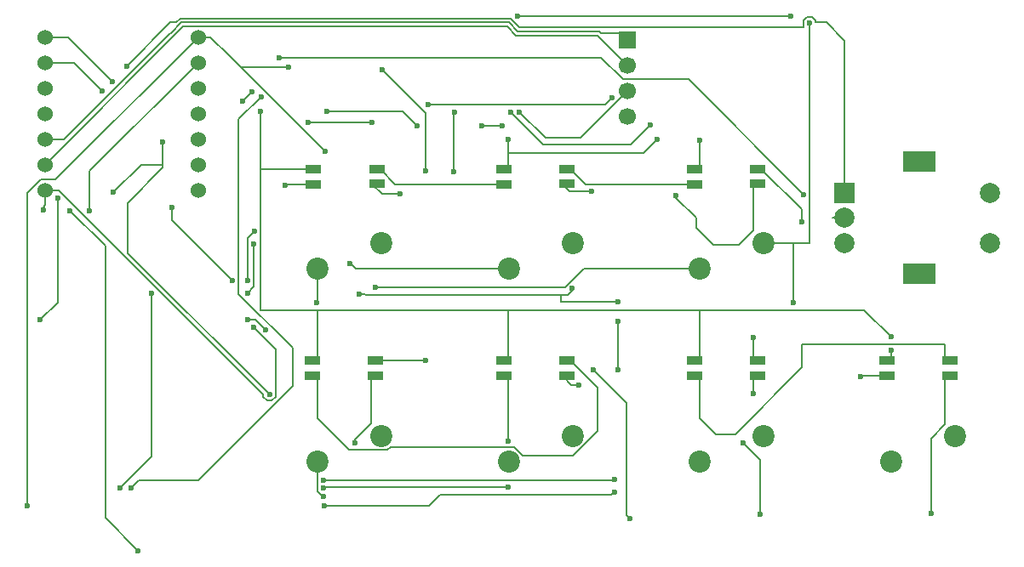
<source format=gbl>
%TF.GenerationSoftware,KiCad,Pcbnew,9.0.6*%
%TF.CreationDate,2025-12-23T12:32:35-05:00*%
%TF.ProjectId,astrapad,61737472-6170-4616-942e-6b696361645f,rev?*%
%TF.SameCoordinates,Original*%
%TF.FileFunction,Copper,L2,Bot*%
%TF.FilePolarity,Positive*%
%FSLAX46Y46*%
G04 Gerber Fmt 4.6, Leading zero omitted, Abs format (unit mm)*
G04 Created by KiCad (PCBNEW 9.0.6) date 2025-12-23 12:32:35*
%MOMM*%
%LPD*%
G01*
G04 APERTURE LIST*
G04 Aperture macros list*
%AMRoundRect*
0 Rectangle with rounded corners*
0 $1 Rounding radius*
0 $2 $3 $4 $5 $6 $7 $8 $9 X,Y pos of 4 corners*
0 Add a 4 corners polygon primitive as box body*
4,1,4,$2,$3,$4,$5,$6,$7,$8,$9,$2,$3,0*
0 Add four circle primitives for the rounded corners*
1,1,$1+$1,$2,$3*
1,1,$1+$1,$4,$5*
1,1,$1+$1,$6,$7*
1,1,$1+$1,$8,$9*
0 Add four rect primitives between the rounded corners*
20,1,$1+$1,$2,$3,$4,$5,0*
20,1,$1+$1,$4,$5,$6,$7,0*
20,1,$1+$1,$6,$7,$8,$9,0*
20,1,$1+$1,$8,$9,$2,$3,0*%
G04 Aperture macros list end*
%TA.AperFunction,ComponentPad*%
%ADD10C,2.200000*%
%TD*%
%TA.AperFunction,SMDPad,CuDef*%
%ADD11RoundRect,0.082000X0.718000X-0.328000X0.718000X0.328000X-0.718000X0.328000X-0.718000X-0.328000X0*%
%TD*%
%TA.AperFunction,ComponentPad*%
%ADD12R,2.000000X2.000000*%
%TD*%
%TA.AperFunction,ComponentPad*%
%ADD13C,2.000000*%
%TD*%
%TA.AperFunction,ComponentPad*%
%ADD14R,3.200000X2.000000*%
%TD*%
%TA.AperFunction,ComponentPad*%
%ADD15C,1.524000*%
%TD*%
%TA.AperFunction,ComponentPad*%
%ADD16R,1.700000X1.700000*%
%TD*%
%TA.AperFunction,ComponentPad*%
%ADD17C,1.700000*%
%TD*%
%TA.AperFunction,ViaPad*%
%ADD18C,0.600000*%
%TD*%
%TA.AperFunction,Conductor*%
%ADD19C,0.200000*%
%TD*%
G04 APERTURE END LIST*
D10*
%TO.P,SW5,1,1*%
%TO.N,Net-(D5-A)*%
X29660000Y-45120000D03*
%TO.P,SW5,2,2*%
%TO.N,Column 1*%
X36010000Y-42580000D03*
%TD*%
%TO.P,SW1,1,1*%
%TO.N,Net-(D1-A)*%
X29660000Y-25920000D03*
%TO.P,SW1,2,2*%
%TO.N,Column 1*%
X36010000Y-23380000D03*
%TD*%
%TO.P,SW8,1,1*%
%TO.N,Net-(D8-A)*%
X86760000Y-45120000D03*
%TO.P,SW8,2,2*%
%TO.N,Column 4*%
X93110000Y-42580000D03*
%TD*%
D11*
%TO.P,D14,1,VDD*%
%TO.N,+5V*%
X73462500Y-36556733D03*
%TO.P,D14,2,DOUT*%
%TO.N,Net-(D14-DOUT)*%
X73462500Y-35056733D03*
%TO.P,D14,3,VSS*%
%TO.N,GND*%
X67182500Y-35066733D03*
%TO.P,D14,4,DIN*%
%TO.N,Net-(D13-DOUT)*%
X67182500Y-36566733D03*
%TD*%
D10*
%TO.P,SW7,1,1*%
%TO.N,Net-(D7-A)*%
X67670000Y-45120000D03*
%TO.P,SW7,2,2*%
%TO.N,Column 3*%
X74020000Y-42580000D03*
%TD*%
%TO.P,SW2,1,1*%
%TO.N,Net-(D2-A)*%
X48670000Y-25920000D03*
%TO.P,SW2,2,2*%
%TO.N,Column 2*%
X55020000Y-23380000D03*
%TD*%
%TO.P,SW3,1,1*%
%TO.N,Net-(D3-A)*%
X67670000Y-25920000D03*
%TO.P,SW3,2,2*%
%TO.N,Column 3*%
X74020000Y-23380000D03*
%TD*%
D11*
%TO.P,D10,1,VDD*%
%TO.N,+5V*%
X35552500Y-17476733D03*
%TO.P,D10,2,DOUT*%
%TO.N,Net-(D10-DOUT)*%
X35552500Y-15976733D03*
%TO.P,D10,3,VSS*%
%TO.N,GND*%
X29272500Y-15986733D03*
%TO.P,D10,4,DIN*%
%TO.N,Net-(D10-DIN)*%
X29272500Y-17486733D03*
%TD*%
D10*
%TO.P,SW6,1,1*%
%TO.N,Net-(D6-A)*%
X48670000Y-45120000D03*
%TO.P,SW6,2,2*%
%TO.N,Column 2*%
X55020000Y-42580000D03*
%TD*%
D12*
%TO.P,SW13,A,A*%
%TO.N,Rotary A*%
X82050000Y-18340000D03*
D13*
%TO.P,SW13,B,B*%
%TO.N,Rotary B*%
X82050000Y-23340000D03*
%TO.P,SW13,C,C*%
%TO.N,GND*%
X82050000Y-20840000D03*
D14*
%TO.P,SW13,MP*%
%TO.N,N/C*%
X89550000Y-15240000D03*
X89550000Y-26440000D03*
D13*
%TO.P,SW13,S1,S1*%
%TO.N,Column 4*%
X96550000Y-23340000D03*
%TO.P,SW13,S2,S2*%
%TO.N,Net-(D4-A)*%
X96550000Y-18340000D03*
%TD*%
D11*
%TO.P,D11,1,VDD*%
%TO.N,+5V*%
X54462500Y-17476733D03*
%TO.P,D11,2,DOUT*%
%TO.N,Net-(D11-DOUT)*%
X54462500Y-15976733D03*
%TO.P,D11,3,VSS*%
%TO.N,GND*%
X48182500Y-15986733D03*
%TO.P,D11,4,DIN*%
%TO.N,Net-(D10-DOUT)*%
X48182500Y-17486733D03*
%TD*%
D15*
%TO.P,U1,1,GPIO26/ADC0/A0*%
%TO.N,Column 1*%
X2551810Y-2843267D03*
%TO.P,U1,2,GPIO27/ADC1/A1*%
%TO.N,Column 2*%
X2551810Y-5383267D03*
%TO.P,U1,3,GPIO28/ADC2/A2*%
%TO.N,Column 3*%
X2551810Y-7923267D03*
%TO.P,U1,4,GPIO29/ADC3/A3*%
%TO.N,Column 4*%
X2551810Y-10463267D03*
%TO.P,U1,5,GPIO6/SDA*%
%TO.N,SDA*%
X2551810Y-13003267D03*
%TO.P,U1,6,GPIO7/SCL*%
%TO.N,SCL*%
X2551810Y-15543267D03*
%TO.P,U1,7,GPIO0/TX*%
%TO.N,Row 1*%
X2551810Y-18083267D03*
%TO.P,U1,8,GPIO1/RX*%
%TO.N,Net-(D10-DIN)*%
X17791810Y-18083267D03*
%TO.P,U1,9,GPIO2/SCK*%
%TO.N,Row 2*%
X17791810Y-15543267D03*
%TO.P,U1,10,GPIO4/MISO*%
%TO.N,Rotary A*%
X17791810Y-13003267D03*
%TO.P,U1,11,GPIO3/MOSI*%
%TO.N,Rotary B*%
X17791810Y-10463267D03*
%TO.P,U1,12,3V3*%
%TO.N,unconnected-(U1-3V3-Pad12)*%
X17791810Y-7923267D03*
%TO.P,U1,13,GND*%
%TO.N,GND*%
X17791810Y-5383267D03*
%TO.P,U1,14,VBUS*%
%TO.N,+5V*%
X17791810Y-2843267D03*
%TD*%
D11*
%TO.P,D12,1,VDD*%
%TO.N,+5V*%
X73462500Y-17476733D03*
%TO.P,D12,2,DOUT*%
%TO.N,Net-(D12-DOUT)*%
X73462500Y-15976733D03*
%TO.P,D12,3,VSS*%
%TO.N,GND*%
X67182500Y-15986733D03*
%TO.P,D12,4,DIN*%
%TO.N,Net-(D11-DOUT)*%
X67182500Y-17486733D03*
%TD*%
%TO.P,D13,1,VDD*%
%TO.N,+5V*%
X92552500Y-36556733D03*
%TO.P,D13,2,DOUT*%
%TO.N,Net-(D13-DOUT)*%
X92552500Y-35056733D03*
%TO.P,D13,3,VSS*%
%TO.N,GND*%
X86272500Y-35066733D03*
%TO.P,D13,4,DIN*%
%TO.N,Net-(D12-DOUT)*%
X86272500Y-36566733D03*
%TD*%
%TO.P,D15,1,VDD*%
%TO.N,+5V*%
X54462500Y-36556733D03*
%TO.P,D15,2,DOUT*%
%TO.N,Net-(D15-DOUT)*%
X54462500Y-35056733D03*
%TO.P,D15,3,VSS*%
%TO.N,GND*%
X48182500Y-35066733D03*
%TO.P,D15,4,DIN*%
%TO.N,Net-(D14-DOUT)*%
X48182500Y-36566733D03*
%TD*%
%TO.P,D16,1,VDD*%
%TO.N,+5V*%
X35452500Y-36556733D03*
%TO.P,D16,2,DOUT*%
%TO.N,Net-(D16-DOUT)*%
X35452500Y-35056733D03*
%TO.P,D16,3,VSS*%
%TO.N,GND*%
X29172500Y-35066733D03*
%TO.P,D16,4,DIN*%
%TO.N,Net-(D15-DOUT)*%
X29172500Y-36566733D03*
%TD*%
D16*
%TO.P,J1,1,Pin_1*%
%TO.N,SDA*%
X60476750Y-3128250D03*
D17*
%TO.P,J1,2,Pin_2*%
%TO.N,SCL*%
X60476750Y-5668250D03*
%TO.P,J1,3,Pin_3*%
%TO.N,+5V*%
X60476750Y-8208250D03*
%TO.P,J1,4,Pin_4*%
%TO.N,GND*%
X60476750Y-10748250D03*
%TD*%
D18*
%TO.N,Row 1*%
X23271810Y-31763267D03*
X2360000Y-20063267D03*
%TO.N,+5V*%
X73640000Y-50370000D03*
X55610000Y-37490000D03*
X800000Y-49558193D03*
X33350000Y-43270000D03*
X26800000Y-5830000D03*
X30380000Y-14200000D03*
X49730000Y-10330000D03*
X57120000Y-35980000D03*
X90670000Y-50320000D03*
X65340000Y-18610000D03*
X37890000Y-18460000D03*
X56930000Y-18240000D03*
X71950000Y-43280000D03*
X73010000Y-38390000D03*
X60760000Y-50780000D03*
%TO.N,Net-(D1-A)*%
X22671810Y-30995510D03*
X29610000Y-29300000D03*
X24510000Y-32010000D03*
%TO.N,GND*%
X23980000Y-10230000D03*
X67630000Y-13110000D03*
X86690000Y-34040000D03*
X63410000Y-13070000D03*
X48650000Y-13040000D03*
X6970000Y-20160000D03*
X5000000Y-20160000D03*
X86680000Y-32680000D03*
X11830000Y-53980000D03*
%TO.N,Net-(D2-A)*%
X3800000Y-18850000D03*
X2071810Y-30980000D03*
X32860000Y-25400000D03*
X23380000Y-22170000D03*
X21210000Y-27110000D03*
X22671810Y-27120000D03*
X15170000Y-19780000D03*
%TO.N,Net-(D3-A)*%
X23310000Y-23420000D03*
X35410000Y-27770000D03*
X13180000Y-28380000D03*
X22671810Y-28360000D03*
X9990000Y-47771003D03*
%TO.N,Net-(D4-A)*%
X28690000Y-11360000D03*
X35060000Y-11360000D03*
X40690000Y-9560000D03*
X24023521Y-8821580D03*
X58933235Y-8903235D03*
X11090000Y-47771003D03*
%TO.N,Row 2*%
X9371810Y-18263267D03*
X24871810Y-38463267D03*
X14271810Y-13263267D03*
%TO.N,Net-(D5-A)*%
X30260000Y-48570006D03*
%TO.N,Net-(D6-A)*%
X30260000Y-47770003D03*
X48600000Y-47700000D03*
%TO.N,Net-(D7-A)*%
X59230000Y-46930000D03*
X30260000Y-46970000D03*
%TO.N,Net-(D8-A)*%
X59220000Y-48140000D03*
X30330000Y-49560000D03*
%TO.N,Net-(D10-DIN)*%
X26460000Y-17610000D03*
%TO.N,Net-(D12-DOUT)*%
X83670000Y-36630000D03*
X77810000Y-21280000D03*
%TO.N,Net-(D14-DOUT)*%
X73020000Y-32770000D03*
X48660000Y-43070000D03*
%TO.N,Net-(D16-DOUT)*%
X40430000Y-35050000D03*
X36070000Y-6060000D03*
X40430000Y-16190000D03*
%TO.N,Column 1*%
X9270000Y-7240000D03*
%TO.N,Column 2*%
X59540000Y-31180000D03*
X59540000Y-36010000D03*
X33820000Y-28420000D03*
X59510000Y-29230000D03*
X8275000Y-8205000D03*
X55010000Y-27880000D03*
%TO.N,Column 3*%
X78620000Y-1430000D03*
X76690000Y-800000D03*
X77020000Y-29300000D03*
X49522727Y-800000D03*
%TO.N,Column 4*%
X48880000Y-10370000D03*
X62790000Y-11590000D03*
%TO.N,Rotary B*%
X23104265Y-8285735D03*
X25870000Y-4880000D03*
X22170000Y-9220000D03*
X78010000Y-18520000D03*
%TO.N,Rotary A*%
X10650000Y-5780000D03*
%TO.N,Net-(D17-DOUT)*%
X39540000Y-11670000D03*
X30620000Y-10240000D03*
X46030000Y-11670000D03*
X48060000Y-11670000D03*
%TO.N,Net-(D20-DIN)*%
X43230000Y-16250000D03*
X43248477Y-10350000D03*
%TD*%
D19*
%TO.N,Row 1*%
X2360000Y-19773620D02*
X2551810Y-19581810D01*
X10370810Y-24510810D02*
X3943267Y-18083267D01*
X2360000Y-20063267D02*
X2360000Y-19773620D01*
X2551810Y-19581810D02*
X2551810Y-18083267D01*
X24622867Y-39064267D02*
X24270810Y-38712210D01*
X25472810Y-33964267D02*
X25472810Y-38712210D01*
X25472810Y-38712210D02*
X25120753Y-39064267D01*
X10370810Y-24529367D02*
X10370810Y-24510810D01*
X23271810Y-31763267D02*
X25472810Y-33964267D01*
X3943267Y-18083267D02*
X2551810Y-18083267D01*
X24270810Y-38429367D02*
X10370810Y-24529367D01*
X24270810Y-38712210D02*
X24270810Y-38429367D01*
X25120753Y-39064267D02*
X24622867Y-39064267D01*
%TO.N,+5V*%
X71530000Y-23530000D02*
X69030000Y-23530000D01*
X54925767Y-37490000D02*
X54002500Y-36566733D01*
X55610000Y-37490000D02*
X54925767Y-37490000D01*
X73640000Y-44970000D02*
X73640000Y-50370000D01*
X17791810Y-2843267D02*
X19023267Y-2843267D01*
X49730000Y-10330000D02*
X52305000Y-12905000D01*
X73002500Y-17486733D02*
X73002500Y-22057500D01*
X67310000Y-20840000D02*
X65340000Y-18870000D01*
X34992500Y-41287500D02*
X33350000Y-42930000D01*
X92092500Y-41427500D02*
X90670000Y-42850000D01*
X71950000Y-43280000D02*
X73640000Y-44970000D01*
X73010000Y-36574233D02*
X73002500Y-36566733D01*
X34992500Y-36566733D02*
X34992500Y-41287500D01*
X60430000Y-39290000D02*
X57120000Y-35980000D01*
X69030000Y-23530000D02*
X67310000Y-21810000D01*
X65340000Y-18870000D02*
X65340000Y-18610000D01*
X90670000Y-42850000D02*
X90670000Y-50320000D01*
X26800000Y-5830000D02*
X25580000Y-5830000D01*
X25570000Y-5840000D02*
X22020000Y-5840000D01*
X54755767Y-18240000D02*
X56930000Y-18240000D01*
X92092500Y-36566733D02*
X92092500Y-41427500D01*
X19023267Y-2843267D02*
X20945000Y-4765000D01*
X52305000Y-12905000D02*
X55780000Y-12905000D01*
X60760000Y-50780000D02*
X60430000Y-50450000D01*
X3614810Y-17020267D02*
X2111500Y-17020267D01*
X36065767Y-18460000D02*
X37890000Y-18460000D01*
X22020000Y-5840000D02*
X20945000Y-4765000D01*
X2111500Y-17020267D02*
X800000Y-18331767D01*
X33350000Y-42930000D02*
X33350000Y-43270000D01*
X17791810Y-2843267D02*
X3614810Y-17020267D01*
X25580000Y-5830000D02*
X25570000Y-5840000D01*
X60430000Y-39970000D02*
X60430000Y-39290000D01*
X54002500Y-17486733D02*
X54755767Y-18240000D01*
X20945000Y-4765000D02*
X30380000Y-14200000D01*
X73002500Y-22057500D02*
X71530000Y-23530000D01*
X67310000Y-21810000D02*
X67310000Y-20840000D01*
X800000Y-18331767D02*
X800000Y-49558193D01*
X35092500Y-17486733D02*
X36065767Y-18460000D01*
X55780000Y-12905000D02*
X60476750Y-8208250D01*
X60430000Y-50450000D02*
X60430000Y-39970000D01*
X73010000Y-38390000D02*
X73010000Y-36574233D01*
%TO.N,Net-(D1-A)*%
X23470000Y-30970000D02*
X24510000Y-32010000D01*
X29610000Y-29300000D02*
X29610000Y-29210000D01*
X29610000Y-29210000D02*
X29660000Y-29160000D01*
X22671810Y-30995510D02*
X22697320Y-30970000D01*
X29660000Y-29160000D02*
X29660000Y-25920000D01*
X22697320Y-30970000D02*
X23470000Y-30970000D01*
%TO.N,GND*%
X29722500Y-15986733D02*
X23983267Y-15986733D01*
X84020000Y-30020000D02*
X86680000Y-32680000D01*
X48632500Y-30052500D02*
X48600000Y-30020000D01*
X48600000Y-30020000D02*
X67670000Y-30020000D01*
X23970000Y-30020000D02*
X29660000Y-30020000D01*
X67632500Y-15986733D02*
X67632500Y-13332500D01*
X86690000Y-34040000D02*
X86690000Y-35034233D01*
X81930000Y-30020000D02*
X84020000Y-30020000D01*
X67632500Y-13332500D02*
X67632500Y-13112500D01*
X86690000Y-35034233D02*
X86722500Y-35066733D01*
X48632500Y-35066733D02*
X48632500Y-30052500D01*
X67632500Y-30057500D02*
X67670000Y-30020000D01*
X48632500Y-13057500D02*
X48650000Y-13040000D01*
X11830000Y-53980000D02*
X11830000Y-54120000D01*
X6970000Y-16205077D02*
X6970000Y-20160000D01*
X23983267Y-15986733D02*
X23980000Y-15990000D01*
X48632500Y-15986733D02*
X48632500Y-14400000D01*
X17791810Y-5383267D02*
X6970000Y-16205077D01*
X5050000Y-20160000D02*
X8530000Y-23640000D01*
X5000000Y-20160000D02*
X5050000Y-20160000D01*
X29622500Y-30057500D02*
X29660000Y-30020000D01*
X23980000Y-13280000D02*
X23980000Y-15990000D01*
X8530000Y-23640000D02*
X8530000Y-50680000D01*
X23980000Y-15990000D02*
X23980000Y-30010000D01*
X23980000Y-10230000D02*
X23980000Y-13280000D01*
X67632500Y-35066733D02*
X67632500Y-30057500D01*
X8530000Y-50680000D02*
X11830000Y-53980000D01*
X67632500Y-13112500D02*
X67630000Y-13110000D01*
X67670000Y-30020000D02*
X81930000Y-30020000D01*
X23980000Y-30010000D02*
X23970000Y-30020000D01*
X48632500Y-14400000D02*
X48632500Y-13057500D01*
X62080000Y-14400000D02*
X63410000Y-13070000D01*
X80880000Y-20840000D02*
X82050000Y-20840000D01*
X29622500Y-35066733D02*
X29622500Y-30057500D01*
X29660000Y-30020000D02*
X48600000Y-30020000D01*
X48632500Y-14400000D02*
X62080000Y-14400000D01*
%TO.N,Net-(D2-A)*%
X22671810Y-22878190D02*
X23380000Y-22170000D01*
X22671810Y-27120000D02*
X22671810Y-22878190D01*
X32980000Y-25400000D02*
X33500000Y-25920000D01*
X2071810Y-30980000D02*
X3800000Y-29251810D01*
X32860000Y-25400000D02*
X32980000Y-25400000D01*
X15170000Y-21070000D02*
X21210000Y-27110000D01*
X3800000Y-29251810D02*
X3800000Y-18850000D01*
X33500000Y-25920000D02*
X48670000Y-25920000D01*
X15170000Y-19780000D02*
X15170000Y-21070000D01*
%TO.N,Net-(D3-A)*%
X54270057Y-27770000D02*
X56120057Y-25920000D01*
X22671810Y-28360000D02*
X23310000Y-27721810D01*
X9990000Y-47771003D02*
X13180000Y-44581003D01*
X23310000Y-27721810D02*
X23310000Y-23420000D01*
X35410000Y-27770000D02*
X54270057Y-27770000D01*
X13180000Y-44581003D02*
X13180000Y-28380000D01*
X56120057Y-25920000D02*
X67670000Y-25920000D01*
%TO.N,Net-(D4-A)*%
X17792120Y-46960000D02*
X27180000Y-37572120D01*
X35060000Y-11360000D02*
X28690000Y-11360000D01*
X27180000Y-33797100D02*
X21810000Y-28427100D01*
X58276470Y-9560000D02*
X40690000Y-9560000D01*
X21810000Y-28427100D02*
X21810000Y-11035101D01*
X11901003Y-46960000D02*
X17792120Y-46960000D01*
X27180000Y-37572120D02*
X27180000Y-33797100D01*
X58933235Y-8903235D02*
X58276470Y-9560000D01*
X11090000Y-47771003D02*
X11901003Y-46960000D01*
X21810000Y-11035101D02*
X24023521Y-8821580D01*
%TO.N,Row 2*%
X9371810Y-18263267D02*
X12091810Y-15543267D01*
X24871810Y-38463267D02*
X10771810Y-24363267D01*
X10771810Y-24363267D02*
X10771810Y-19363267D01*
X12091810Y-15543267D02*
X14271810Y-15543267D01*
X10771810Y-19363267D02*
X14271810Y-15863267D01*
X14271810Y-13263267D02*
X14271810Y-15543267D01*
X14271810Y-15863267D02*
X14271810Y-15543267D01*
%TO.N,SDA*%
X4456733Y-13003267D02*
X15000000Y-2460000D01*
X16148710Y-1379267D02*
X48686367Y-1379267D01*
X57835600Y-2460000D02*
X59808500Y-2460000D01*
X2551810Y-13003267D02*
X4456733Y-13003267D01*
X15067977Y-2460000D02*
X16148710Y-1379267D01*
X57654600Y-2279000D02*
X57835600Y-2460000D01*
X49586100Y-2279000D02*
X57654600Y-2279000D01*
X59808500Y-2460000D02*
X60476750Y-3128250D01*
X15000000Y-2460000D02*
X15067977Y-2460000D01*
X48686367Y-1379267D02*
X49586100Y-2279000D01*
%TO.N,Net-(D5-A)*%
X30260000Y-48570006D02*
X30120006Y-48570006D01*
X30120006Y-48570006D02*
X29660000Y-48110000D01*
X29660000Y-48110000D02*
X29660000Y-45120000D01*
%TO.N,Net-(D6-A)*%
X30260000Y-47770003D02*
X30369997Y-47880000D01*
X30330003Y-47700000D02*
X48600000Y-47700000D01*
X30260000Y-47770003D02*
X30330003Y-47700000D01*
%TO.N,Net-(D7-A)*%
X59190000Y-46970000D02*
X59230000Y-46930000D01*
X30260000Y-46970000D02*
X59190000Y-46970000D01*
%TO.N,Net-(D8-A)*%
X40780000Y-49560000D02*
X41880000Y-48460000D01*
X30330000Y-49560000D02*
X40780000Y-49560000D01*
X58900000Y-48460000D02*
X59220000Y-48140000D01*
X41880000Y-48460000D02*
X58900000Y-48460000D01*
%TO.N,Net-(D10-DIN)*%
X26583267Y-17486733D02*
X29722500Y-17486733D01*
X26460000Y-17610000D02*
X26583267Y-17486733D01*
%TO.N,Net-(D10-DOUT)*%
X37392500Y-17486733D02*
X48632500Y-17486733D01*
X35892500Y-15986733D02*
X37392500Y-17486733D01*
X35092500Y-15986733D02*
X35892500Y-15986733D01*
%TO.N,Net-(D11-DOUT)*%
X54002500Y-15986733D02*
X54802500Y-15986733D01*
X54802500Y-15986733D02*
X56302500Y-17486733D01*
X56302500Y-17486733D02*
X67632500Y-17486733D01*
%TO.N,Net-(D12-DOUT)*%
X83733267Y-36566733D02*
X86722500Y-36566733D01*
X77810000Y-19994233D02*
X73802500Y-15986733D01*
X73802500Y-15986733D02*
X73002500Y-15986733D01*
X77810000Y-21280000D02*
X77810000Y-19994233D01*
X83670000Y-36630000D02*
X83733267Y-36566733D01*
%TO.N,Net-(D13-DOUT)*%
X92092500Y-35066733D02*
X92092500Y-33442500D01*
X67632500Y-40787316D02*
X67632500Y-36566733D01*
X92090000Y-33440000D02*
X77810000Y-33440000D01*
X69236184Y-42391000D02*
X67632500Y-40787316D01*
X77810000Y-33440000D02*
X77810000Y-35764816D01*
X77810000Y-35764816D02*
X71183816Y-42391000D01*
X92092500Y-33442500D02*
X92090000Y-33440000D01*
X71183816Y-42391000D02*
X69236184Y-42391000D01*
%TO.N,Net-(D14-DOUT)*%
X48632500Y-43042500D02*
X48660000Y-43070000D01*
X48632500Y-36566733D02*
X48632500Y-43042500D01*
X73002500Y-35066733D02*
X73002500Y-32787500D01*
X73002500Y-32787500D02*
X73020000Y-32770000D01*
%TO.N,Net-(D15-DOUT)*%
X36590314Y-43981000D02*
X32816184Y-43981000D01*
X54802500Y-35066733D02*
X57491000Y-37755233D01*
X57491000Y-37755233D02*
X57491000Y-42090314D01*
X55041628Y-44539686D02*
X50071000Y-44539686D01*
X29622500Y-40787316D02*
X29622500Y-36566733D01*
X32816184Y-43981000D02*
X29622500Y-40787316D01*
X54002500Y-35066733D02*
X54802500Y-35066733D01*
X49202314Y-43671000D02*
X36900314Y-43671000D01*
X50071000Y-44539686D02*
X49202314Y-43671000D01*
X57491000Y-42090314D02*
X55041628Y-44539686D01*
X36900314Y-43671000D02*
X36590314Y-43981000D01*
%TO.N,Net-(D16-DOUT)*%
X40413267Y-35066733D02*
X40430000Y-35050000D01*
X40430000Y-16190000D02*
X40420000Y-16180000D01*
X40420000Y-10410000D02*
X36070000Y-6060000D01*
X34992500Y-35066733D02*
X40413267Y-35066733D01*
X40420000Y-16180000D02*
X40420000Y-10410000D01*
%TO.N,SCL*%
X16314810Y-1780267D02*
X48520267Y-1780267D01*
X49420000Y-2680000D02*
X57488500Y-2680000D01*
X2551810Y-15543267D02*
X16314810Y-1780267D01*
X57488500Y-2680000D02*
X60476750Y-5668250D01*
X48520267Y-1780267D02*
X49420000Y-2680000D01*
%TO.N,Column 1*%
X4873267Y-2843267D02*
X2551810Y-2843267D01*
X4873267Y-2843267D02*
X9270000Y-7240000D01*
%TO.N,Column 2*%
X55010000Y-28140000D02*
X54580000Y-28570000D01*
X33820000Y-28420000D02*
X34320000Y-28420000D01*
X53830000Y-28570000D02*
X54580000Y-28570000D01*
X34470000Y-28570000D02*
X53830000Y-28570000D01*
X8275000Y-8205000D02*
X5453267Y-5383267D01*
X59510000Y-29230000D02*
X53830000Y-29230000D01*
X53830000Y-29230000D02*
X53830000Y-28570000D01*
X34320000Y-28420000D02*
X34470000Y-28570000D01*
X5453267Y-5383267D02*
X2551810Y-5383267D01*
X59540000Y-36010000D02*
X59540000Y-31180000D01*
X55010000Y-27880000D02*
X55010000Y-28140000D01*
%TO.N,Column 3*%
X77020000Y-23380000D02*
X74020000Y-23380000D01*
X49522727Y-800000D02*
X76690000Y-800000D01*
X78620000Y-23380000D02*
X77020000Y-23380000D01*
X77020000Y-23380000D02*
X77020000Y-29300000D01*
X78620000Y-1430000D02*
X78620000Y-23380000D01*
%TO.N,Column 4*%
X52061000Y-13551000D02*
X48880000Y-10370000D01*
X60829000Y-13551000D02*
X52061000Y-13551000D01*
X62790000Y-11590000D02*
X60829000Y-13551000D01*
%TO.N,Rotary B*%
X22170000Y-9220000D02*
X23104265Y-8285735D01*
X66547250Y-7057250D02*
X78010000Y-18520000D01*
X60017250Y-7057250D02*
X66547250Y-7057250D01*
X57840000Y-4880000D02*
X60017250Y-7057250D01*
X25870000Y-4880000D02*
X57840000Y-4880000D01*
%TO.N,Rotary A*%
X78019000Y-1181057D02*
X78371057Y-829000D01*
X78019000Y-1830000D02*
X78019000Y-1181057D01*
X49704200Y-1830000D02*
X78019000Y-1830000D01*
X48852467Y-978267D02*
X49704200Y-1830000D01*
X82050000Y-3190000D02*
X82050000Y-18340000D01*
X79221000Y-1181057D02*
X79221000Y-1390000D01*
X15040000Y-1390000D02*
X15570877Y-1390000D01*
X79221000Y-1390000D02*
X80250000Y-1390000D01*
X15982610Y-978267D02*
X48852467Y-978267D01*
X80250000Y-1390000D02*
X82050000Y-3190000D01*
X15570877Y-1390000D02*
X15982610Y-978267D01*
X10650000Y-5780000D02*
X15040000Y-1390000D01*
X78868943Y-829000D02*
X79221000Y-1181057D01*
X78371057Y-829000D02*
X78868943Y-829000D01*
%TO.N,Net-(D17-DOUT)*%
X38110000Y-10240000D02*
X39540000Y-11670000D01*
X30620000Y-10240000D02*
X38110000Y-10240000D01*
X46030000Y-11670000D02*
X48060000Y-11670000D01*
%TO.N,Net-(D20-DIN)*%
X43248477Y-10350000D02*
X43230000Y-10368477D01*
X43230000Y-10368477D02*
X43230000Y-16250000D01*
%TD*%
M02*

</source>
